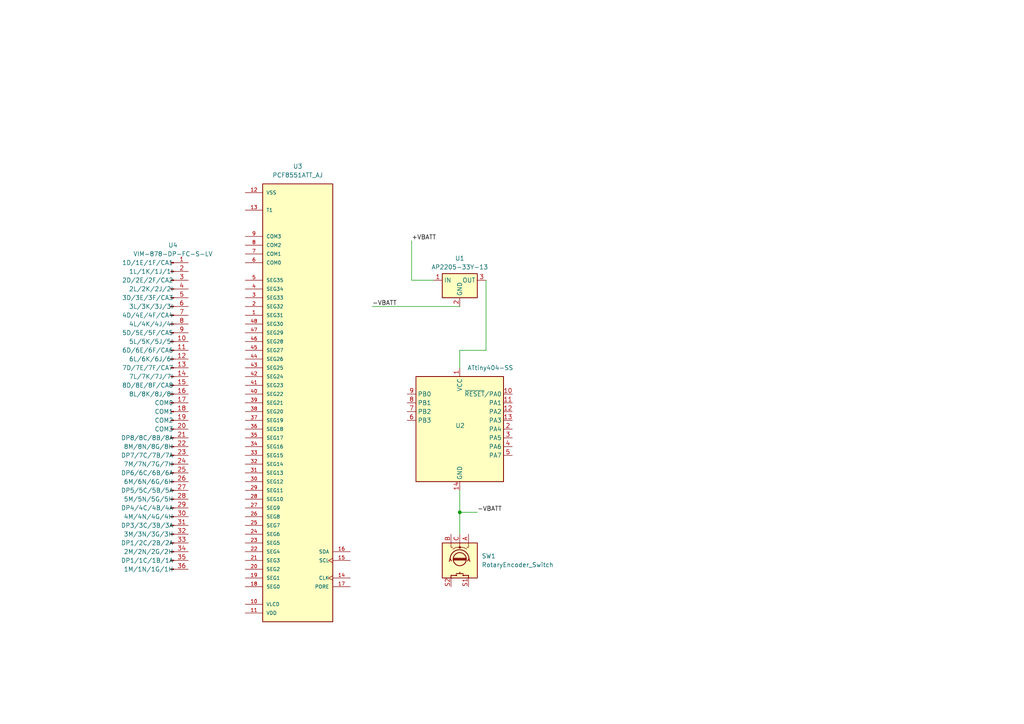
<source format=kicad_sch>
(kicad_sch (version 20231120) (generator "eeschema") (generator_version "8.0")
  (paper "A4")
  (lib_symbols
    (symbol "servo_tester_onboarding:AP2205-33Y-13"
      (property "Reference" "U" (at 0 0 0))
      (property "Value" "AP2205-33Y-13" (at 0 0 0))
      (symbol "AP2205-33Y-13_0_1"
        (rectangle (start -5.08 1.905) (end 5.08 -5.08) (stroke (width 0.254)) (fill (type background)))
      )
      (symbol "AP2205-33Y-13_1_1"
        (pin power_in line (at -7.62 0 0) (length 2.54) (name "IN") (number "1"))
        (pin power_in line (at 0 -7.62 90) (length 2.54) (name "GND") (number "2"))
        (pin power_out line (at 7.62 0 180) (length 2.54) (name "OUT") (number "3"))
      )
    )
    (symbol "servo_tester_onboarding:ATtiny404-SS"
      (property "Reference" "U1" (at 2.1941 20.32 0))
      (property "Value" "ATtiny404-SS" (at 2.1941 17.78 0))
      (symbol "ATtiny404-SS_0_1"
        (rectangle (start -12.7 -15.24) (end 12.7 15.24) (stroke (width 0.254)) (fill (type background)))
      )
      (symbol "ATtiny404-SS_1_1"
        (pin power_in line (at 0 17.78 270) (length 2.54) (name "VCC") (number "1"))
        (pin bidirectional line (at 15.24 10.16 180) (length 2.54) (name "~{RESET}/PA0") (number "10"))
        (pin bidirectional line (at 15.24 7.62 180) (length 2.54) (name "PA1") (number "11"))
        (pin bidirectional line (at 15.24 5.08 180) (length 2.54) (name "PA2") (number "12"))
        (pin bidirectional line (at 15.24 2.54 180) (length 2.54) (name "PA3") (number "13"))
        (pin power_in line (at 0 -17.78 90) (length 2.54) (name "GND") (number "14"))
        (pin bidirectional line (at 15.24 0 180) (length 2.54) (name "PA4") (number "2"))
        (pin bidirectional line (at 15.24 -2.54 180) (length 2.54) (name "PA5") (number "3"))
        (pin bidirectional line (at 15.24 -5.08 180) (length 2.54) (name "PA6") (number "4"))
        (pin bidirectional line (at 15.24 -7.62 180) (length 2.54) (name "PA7") (number "5"))
        (pin bidirectional line (at -15.24 2.54 0) (length 2.54) (name "PB3") (number "6"))
        (pin bidirectional line (at -15.24 5.08 0) (length 2.54) (name "PB2") (number "7"))
        (pin bidirectional line (at -15.24 7.62 0) (length 2.54) (name "PB1") (number "8"))
        (pin bidirectional line (at -15.24 10.16 0) (length 2.54) (name "PB0") (number "9"))
      )
    )
    (symbol "servo_tester_onboarding:PCF8551ATT_AJ" (pin_names (offset 1.016))
      (property "Reference" "U" (at -10.16 63.5 0))
      (property "Value" "PCF8551ATT_AJ" (at -10.16 -66.04 0))
      (symbol "PCF8551ATT_AJ_0_0"
        (rectangle (start -10.16 -63.5) (end 10.16 63.5) (stroke (width 0.254)) (fill (type background)))
        (pin output line (at 15.24 -25.4 180) (length 5.08) (name "SEG31") (number "1"))
        (pin power_in line (at 15.24 58.42 180) (length 5.08) (name "VLCD") (number "10"))
        (pin power_in line (at 15.24 60.96 180) (length 5.08) (name "VDD") (number "11"))
        (pin power_in line (at 15.24 -60.96 180) (length 5.08) (name "VSS") (number "12"))
        (pin passive line (at 15.24 -55.88 180) (length 5.08) (name "T1") (number "13"))
        (pin bidirectional clock (at -15.24 50.8 0) (length 5.08) (name "CLK") (number "14"))
        (pin input clock (at -15.24 45.72 0) (length 5.08) (name "SCL") (number "15"))
        (pin bidirectional line (at -15.24 43.18 0) (length 5.08) (name "SDA") (number "16"))
        (pin input line (at -15.24 53.34 0) (length 5.08) (name "PORE") (number "17"))
        (pin output line (at 15.24 53.34 180) (length 5.08) (name "SEG0") (number "18"))
        (pin output line (at 15.24 50.8 180) (length 5.08) (name "SEG1") (number "19"))
        (pin output line (at 15.24 -27.94 180) (length 5.08) (name "SEG32") (number "2"))
        (pin output line (at 15.24 48.26 180) (length 5.08) (name "SEG2") (number "20"))
        (pin output line (at 15.24 45.72 180) (length 5.08) (name "SEG3") (number "21"))
        (pin output line (at 15.24 43.18 180) (length 5.08) (name "SEG4") (number "22"))
        (pin output line (at 15.24 40.64 180) (length 5.08) (name "SEG5") (number "23"))
        (pin output line (at 15.24 38.1 180) (length 5.08) (name "SEG6") (number "24"))
        (pin output line (at 15.24 35.56 180) (length 5.08) (name "SEG7") (number "25"))
        (pin output line (at 15.24 33.02 180) (length 5.08) (name "SEG8") (number "26"))
        (pin output line (at 15.24 30.48 180) (length 5.08) (name "SEG9") (number "27"))
        (pin output line (at 15.24 27.94 180) (length 5.08) (name "SEG10") (number "28"))
        (pin output line (at 15.24 25.4 180) (length 5.08) (name "SEG11") (number "29"))
        (pin output line (at 15.24 -30.48 180) (length 5.08) (name "SEG33") (number "3"))
        (pin output line (at 15.24 22.86 180) (length 5.08) (name "SEG12") (number "30"))
        (pin output line (at 15.24 20.32 180) (length 5.08) (name "SEG13") (number "31"))
        (pin output line (at 15.24 17.78 180) (length 5.08) (name "SEG14") (number "32"))
        (pin output line (at 15.24 15.24 180) (length 5.08) (name "SEG15") (number "33"))
        (pin output line (at 15.24 12.7 180) (length 5.08) (name "SEG16") (number "34"))
        (pin output line (at 15.24 10.16 180) (length 5.08) (name "SEG17") (number "35"))
        (pin output line (at 15.24 7.62 180) (length 5.08) (name "SEG18") (number "36"))
        (pin output line (at 15.24 5.08 180) (length 5.08) (name "SEG19") (number "37"))
        (pin output line (at 15.24 2.54 180) (length 5.08) (name "SEG20") (number "38"))
        (pin output line (at 15.24 0 180) (length 5.08) (name "SEG21") (number "39"))
        (pin output line (at 15.24 -33.02 180) (length 5.08) (name "SEG34") (number "4"))
        (pin output line (at 15.24 -2.54 180) (length 5.08) (name "SEG22") (number "40"))
        (pin output line (at 15.24 -5.08 180) (length 5.08) (name "SEG23") (number "41"))
        (pin output line (at 15.24 -7.62 180) (length 5.08) (name "SEG24") (number "42"))
        (pin output line (at 15.24 -10.16 180) (length 5.08) (name "SEG25") (number "43"))
        (pin output line (at 15.24 -12.7 180) (length 5.08) (name "SEG26") (number "44"))
        (pin output line (at 15.24 -15.24 180) (length 5.08) (name "SEG27") (number "45"))
        (pin output line (at 15.24 -17.78 180) (length 5.08) (name "SEG28") (number "46"))
        (pin output line (at 15.24 -20.32 180) (length 5.08) (name "SEG29") (number "47"))
        (pin output line (at 15.24 -22.86 180) (length 5.08) (name "SEG30") (number "48"))
        (pin output line (at 15.24 -35.56 180) (length 5.08) (name "SEG35") (number "5"))
        (pin output line (at 15.24 -40.64 180) (length 5.08) (name "COM0") (number "6"))
        (pin output line (at 15.24 -43.18 180) (length 5.08) (name "COM1") (number "7"))
        (pin output line (at 15.24 -45.72 180) (length 5.08) (name "COM2") (number "8"))
        (pin output line (at 15.24 -48.26 180) (length 5.08) (name "COM3") (number "9"))
      )
    )
    (symbol "servo_tester_onboarding:RotaryEncoder_Switch" (pin_names (offset 0.254) hide)
      (property "Reference" "SW1" (at 0 9.525 0))
      (property "Value" "RotaryEncoder_Switch" (at 0 6.985 0))
      (symbol "RotaryEncoder_Switch_0_1"
        (rectangle (start -5.08 5.08) (end 5.08 -5.08) (stroke (width 0.254)) (fill (type background)))
        (circle (center -3.81 0) (radius 0.254) (fill (type outline)))
        (circle (center -0.381 0) (radius 1.905) (stroke (width 0.254)))
        (arc (start -0.381 2.667) (mid -3.0988 -0.0635) (end -0.381 -2.794) (stroke (width 0.254)))
        (polyline (pts (xy -0.635 -1.778) (xy -0.635 1.778)) (stroke (width 0.254)))
        (polyline (pts (xy -0.381 -1.778) (xy -0.381 1.778)) (stroke (width 0.254)))
        (polyline (pts (xy -0.127 1.778) (xy -0.127 -1.778)) (stroke (width 0.254)))
        (polyline (pts (xy 3.81 0) (xy 3.429 0)) (stroke (width 0.254)))
        (polyline (pts (xy 3.81 1.016) (xy 3.81 -1.016)) (stroke (width 0.254)))
        (polyline (pts (xy -5.08 -2.54) (xy -3.81 -2.54) (xy -3.81 -2.032)))
        (polyline (pts (xy -5.08 2.54) (xy -3.81 2.54) (xy -3.81 2.032)))
        (polyline (pts (xy 0.254 -3.048) (xy -0.508 -2.794) (xy 0.127 -2.413)) (stroke (width 0.254)))
        (polyline (pts (xy 0.254 2.921) (xy -0.508 2.667) (xy 0.127 2.286)) (stroke (width 0.254)))
        (polyline (pts (xy 5.08 -2.54) (xy 4.318 -2.54) (xy 4.318 -1.016)) (stroke (width 0.254)))
        (polyline (pts (xy 5.08 2.54) (xy 4.318 2.54) (xy 4.318 1.016)) (stroke (width 0.254)))
        (polyline (pts (xy -5.08 0) (xy -3.81 0) (xy -3.81 -1.016) (xy -3.302 -2.032)))
        (polyline (pts (xy -4.318 0) (xy -3.81 0) (xy -3.81 1.016) (xy -3.302 2.032)))
        (circle (center 4.318 -1.016) (radius 0.127) (stroke (width 0.254)))
        (circle (center 4.318 1.016) (radius 0.127) (stroke (width 0.254)))
      )
      (symbol "RotaryEncoder_Switch_1_1"
        (pin passive line (at -7.62 2.54 0) (length 2.54) (name "A") (number "A"))
        (pin passive line (at -7.62 -2.54 0) (length 2.54) (name "B") (number "B"))
        (pin passive line (at -7.62 0 0) (length 2.54) (name "C") (number "C"))
        (pin passive line (at 7.62 2.54 180) (length 2.54) (name "S1") (number "S1"))
        (pin passive line (at 7.62 -2.54 180) (length 2.54) (name "S2") (number "S2"))
      )
    )
    (symbol "servo_tester_onboarding:VIM-878-DP"
      (property "Reference" "U" (at -17.145 5.08 0))
      (property "Value" "VIM-878-DP-FC-S-LV" (at -18.415 2.54 0))
      (symbol "VIM-878-DP_1_1"
        (rectangle (start 0 -15.113) (end 0.8636 -15.367) (stroke (width 0.1524)) (fill (type outline)))
        (polyline (pts (xy 1.27 -45.72) (xy 0.8636 -45.72)) (stroke (width 0.1524)))
        (polyline (pts (xy 1.27 -43.18) (xy 0.8636 -43.18)) (stroke (width 0.1524)))
        (polyline (pts (xy 1.27 -40.64) (xy 0.8636 -40.64)) (stroke (width 0.1524)))
        (polyline (pts (xy 1.27 -38.1) (xy 0.8636 -38.1)) (stroke (width 0.1524)))
        (polyline (pts (xy 1.27 -35.56) (xy 0.8636 -35.56)) (stroke (width 0.1524)))
        (polyline (pts (xy 1.27 -33.02) (xy 0.8636 -33.02)) (stroke (width 0.1524)))
        (polyline (pts (xy 1.27 -30.48) (xy 0.8636 -30.48)) (stroke (width 0.1524)))
        (polyline (pts (xy 1.27 -27.94) (xy 0.8636 -27.94)) (stroke (width 0.1524)))
        (polyline (pts (xy 1.27 -25.4) (xy 0.8636 -25.4)) (stroke (width 0.1524)))
        (polyline (pts (xy 1.27 -22.86) (xy 0.8636 -22.86)) (stroke (width 0.1524)))
        (polyline (pts (xy 1.27 -20.32) (xy 0.8636 -20.32)) (stroke (width 0.1524)))
        (polyline (pts (xy 1.27 -17.78) (xy 0.8636 -17.78)) (stroke (width 0.1524)))
        (polyline (pts (xy 1.27 -15.24) (xy 0.8636 -15.24)) (stroke (width 0.1524)))
        (polyline (pts (xy 1.27 -12.7) (xy 0.8636 -12.7)) (stroke (width 0.1524)))
        (polyline (pts (xy 1.27 -10.16) (xy 0.8636 -10.16)) (stroke (width 0.1524)))
        (polyline (pts (xy 1.27 -7.62) (xy 0.8636 -7.62)) (stroke (width 0.1524)))
        (polyline (pts (xy 1.27 -5.08) (xy 0.8636 -5.08)) (stroke (width 0.1524)))
        (polyline (pts (xy 1.27 -2.54) (xy 0.8636 -2.54)) (stroke (width 0.1524)))
        (polyline (pts (xy 1.27 0) (xy 0.8636 0)) (stroke (width 0.1524)))
        (polyline (pts (xy 1.27 2.54) (xy 0.8636 2.54)) (stroke (width 0.1524)))
        (polyline (pts (xy 1.27 5.08) (xy 0.8636 5.08)) (stroke (width 0.1524)))
        (polyline (pts (xy 1.27 7.62) (xy 0.8636 7.62)) (stroke (width 0.1524)))
        (polyline (pts (xy 1.27 10.16) (xy 0.8636 10.16)) (stroke (width 0.1524)))
        (polyline (pts (xy 1.27 12.7) (xy 0.8636 12.7)) (stroke (width 0.1524)))
        (polyline (pts (xy 1.27 15.24) (xy 0.8636 15.24)) (stroke (width 0.1524)))
        (polyline (pts (xy 1.27 17.78) (xy 0.8636 17.78)) (stroke (width 0.1524)))
        (polyline (pts (xy 1.27 20.32) (xy 0.8636 20.32)) (stroke (width 0.1524)))
        (polyline (pts (xy 1.27 22.86) (xy 0.8636 22.86)) (stroke (width 0.1524)))
        (polyline (pts (xy 1.27 25.4) (xy 0.8636 25.4)) (stroke (width 0.1524)))
        (polyline (pts (xy 1.27 27.94) (xy 0.8636 27.94)) (stroke (width 0.1524)))
        (polyline (pts (xy 1.27 30.48) (xy 0.8636 30.48)) (stroke (width 0.1524)))
        (polyline (pts (xy 1.27 33.02) (xy 0.8636 33.02)) (stroke (width 0.1524)))
        (polyline (pts (xy 1.27 35.56) (xy 0.8636 35.56)) (stroke (width 0.1524)))
        (polyline (pts (xy 1.27 38.1) (xy 0.8636 38.1)) (stroke (width 0.1524)))
        (polyline (pts (xy 1.27 40.64) (xy 0.8636 40.64)) (stroke (width 0.1524)))
        (polyline (pts (xy 1.27 43.18) (xy 0.8636 43.18)) (stroke (width 0.1524)))
        (rectangle (start 0.8636 -45.593) (end 0 -45.847) (stroke (width 0.1524)) (fill (type outline)))
        (rectangle (start 0.8636 -43.053) (end 0 -43.307) (stroke (width 0.1524)) (fill (type outline)))
        (rectangle (start 0.8636 -40.513) (end 0 -40.767) (stroke (width 0.1524)) (fill (type outline)))
        (rectangle (start 0.8636 -37.973) (end 0 -38.227) (stroke (width 0.1524)) (fill (type outline)))
        (rectangle (start 0.8636 -35.433) (end 0 -35.687) (stroke (width 0.1524)) (fill (type outline)))
        (rectangle (start 0.8636 -32.893) (end 0 -33.147) (stroke (width 0.1524)) (fill (type outline)))
        (rectangle (start 0.8636 -30.353) (end 0 -30.607) (stroke (width 0.1524)) (fill (type outline)))
        (rectangle (start 0.8636 -27.813) (end 0 -28.067) (stroke (width 0.1524)) (fill (type outline)))
        (rectangle (start 0.8636 -25.273) (end 0 -25.527) (stroke (width 0.1524)) (fill (type outline)))
        (rectangle (start 0.8636 -22.733) (end 0 -22.987) (stroke (width 0.1524)) (fill (type outline)))
        (rectangle (start 0.8636 -20.193) (end 0 -20.447) (stroke (width 0.1524)) (fill (type outline)))
        (rectangle (start 0.8636 -17.653) (end 0 -17.907) (stroke (width 0.1524)) (fill (type outline)))
        (rectangle (start 0.8636 -12.573) (end 0 -12.827) (stroke (width 0.1524)) (fill (type outline)))
        (rectangle (start 0.8636 -10.033) (end 0 -10.287) (stroke (width 0.1524)) (fill (type outline)))
        (rectangle (start 0.8636 -7.493) (end 0 -7.747) (stroke (width 0.1524)) (fill (type outline)))
        (rectangle (start 0.8636 -4.953) (end 0 -5.207) (stroke (width 0.1524)) (fill (type outline)))
        (rectangle (start 0.8636 -2.413) (end 0 -2.667) (stroke (width 0.1524)) (fill (type outline)))
        (rectangle (start 0.8636 0.127) (end 0 -0.127) (stroke (width 0.1524)) (fill (type outline)))
        (rectangle (start 0.8636 2.667) (end 0 2.413) (stroke (width 0.1524)) (fill (type outline)))
        (rectangle (start 0.8636 5.207) (end 0 4.953) (stroke (width 0.1524)) (fill (type outline)))
        (rectangle (start 0.8636 7.747) (end 0 7.493) (stroke (width 0.1524)) (fill (type outline)))
        (rectangle (start 0.8636 10.287) (end 0 10.033) (stroke (width 0.1524)) (fill (type outline)))
        (rectangle (start 0.8636 12.827) (end 0 12.573) (stroke (width 0.1524)) (fill (type outline)))
        (rectangle (start 0.8636 15.367) (end 0 15.113) (stroke (width 0.1524)) (fill (type outline)))
        (rectangle (start 0.8636 17.907) (end 0 17.653) (stroke (width 0.1524)) (fill (type outline)))
        (rectangle (start 0.8636 20.447) (end 0 20.193) (stroke (width 0.1524)) (fill (type outline)))
        (rectangle (start 0.8636 22.987) (end 0 22.733) (stroke (width 0.1524)) (fill (type outline)))
        (rectangle (start 0.8636 25.527) (end 0 25.273) (stroke (width 0.1524)) (fill (type outline)))
        (rectangle (start 0.8636 28.067) (end 0 27.813) (stroke (width 0.1524)) (fill (type outline)))
        (rectangle (start 0.8636 30.607) (end 0 30.353) (stroke (width 0.1524)) (fill (type outline)))
        (rectangle (start 0.8636 33.147) (end 0 32.893) (stroke (width 0.1524)) (fill (type outline)))
        (rectangle (start 0.8636 35.687) (end 0 35.433) (stroke (width 0.1524)) (fill (type outline)))
        (rectangle (start 0.8636 38.227) (end 0 37.973) (stroke (width 0.1524)) (fill (type outline)))
        (rectangle (start 0.8636 40.767) (end 0 40.513) (stroke (width 0.1524)) (fill (type outline)))
        (rectangle (start 0.8636 43.307) (end 0 43.053) (stroke (width 0.1524)) (fill (type outline)))
        (pin passive line (at 5.08 43.18 180) (length 3.81) (name "1D/1E/1F/CA1") (number "1"))
        (pin passive line (at 5.08 20.32 180) (length 3.81) (name "5L/5K/5J/5I") (number "10"))
        (pin passive line (at 5.08 17.78 180) (length 3.81) (name "6D/6E/6F/CA6") (number "11"))
        (pin passive line (at 5.08 15.24 180) (length 3.81) (name "6L/6K/6J/6I") (number "12"))
        (pin passive line (at 5.08 12.7 180) (length 3.81) (name "7D/7E/7F/CA7") (number "13"))
        (pin passive line (at 5.08 10.16 180) (length 3.81) (name "7L/7K/7J/7I") (number "14"))
        (pin passive line (at 5.08 7.62 180) (length 3.81) (name "8D/8E/8F/CA8") (number "15"))
        (pin passive line (at 5.08 5.08 180) (length 3.81) (name "8L/8K/8J/8I") (number "16"))
        (pin passive line (at 5.08 2.54 180) (length 3.81) (name "COM0") (number "17"))
        (pin passive line (at 5.08 0 180) (length 3.81) (name "COM1") (number "18"))
        (pin passive line (at 5.08 -2.54 180) (length 3.81) (name "COM2") (number "19"))
        (pin passive line (at 5.08 40.64 180) (length 3.81) (name "1L/1K/1J/1I") (number "2"))
        (pin passive line (at 5.08 -5.08 180) (length 3.81) (name "COM3") (number "20"))
        (pin passive line (at 5.08 -7.62 180) (length 3.81) (name "DP8/8C/8B/8A") (number "21"))
        (pin passive line (at 5.08 -10.16 180) (length 3.81) (name "8M/8N/8G/8H") (number "22"))
        (pin passive line (at 5.08 -12.7 180) (length 3.81) (name "DP7/7C/7B/7A") (number "23"))
        (pin passive line (at 5.08 -15.24 180) (length 3.81) (name "7M/7N/7G/7H") (number "24"))
        (pin passive line (at 5.08 -17.78 180) (length 3.81) (name "DP6/6C/6B/6A") (number "25"))
        (pin passive line (at 5.08 -20.32 180) (length 3.81) (name "6M/6N/6G/6H") (number "26"))
        (pin passive line (at 5.08 -22.86 180) (length 3.81) (name "DP5/5C/5B/5A") (number "27"))
        (pin passive line (at 5.08 -25.4 180) (length 3.81) (name "5M/5N/5G/5H") (number "28"))
        (pin passive line (at 5.08 -27.94 180) (length 3.81) (name "DP4/4C/4B/4A") (number "29"))
        (pin passive line (at 5.08 38.1 180) (length 3.81) (name "2D/2E/2F/CA2") (number "3"))
        (pin passive line (at 5.08 -30.48 180) (length 3.81) (name "4M/4N/4G/4H") (number "30"))
        (pin passive line (at 5.08 -33.02 180) (length 3.81) (name "DP3/3C/3B/3A") (number "31"))
        (pin passive line (at 5.08 -35.56 180) (length 3.81) (name "3M/3N/3G/3H") (number "32"))
        (pin passive line (at 5.08 -38.1 180) (length 3.81) (name "DP1/2C/2B/2A") (number "33"))
        (pin passive line (at 5.08 -40.64 180) (length 3.81) (name "2M/2N/2G/2H") (number "34"))
        (pin passive line (at 5.08 -43.18 180) (length 3.81) (name "DP1/1C/1B/1A") (number "35"))
        (pin passive line (at 5.08 -45.72 180) (length 3.81) (name "1M/1N/1G/1H") (number "36"))
        (pin passive line (at 5.08 35.56 180) (length 3.81) (name "2L/2K/2J/2I") (number "4"))
        (pin passive line (at 5.08 33.02 180) (length 3.81) (name "3D/3E/3F/CA3") (number "5"))
        (pin passive line (at 5.08 30.48 180) (length 3.81) (name "3L/3K/3J/3I") (number "6"))
        (pin passive line (at 5.08 27.94 180) (length 3.81) (name "4D/4E/4F/CA4") (number "7"))
        (pin passive line (at 5.08 25.4 180) (length 3.81) (name "4L/4K/4J/4I") (number "8"))
        (pin passive line (at 5.08 22.86 180) (length 3.81) (name "5D/5E/5F/CA5") (number "9"))
      )
    )
  )
  (junction (at 133.35 148.59))
  (wire (pts (xy 133.35 101.6) (xy 133.35 106.68)))
  (wire (pts (xy 119.38 81.28) (xy 125.73 81.28)))
  (wire (pts (xy 107.95 88.9) (xy 133.35 88.9)))
  (wire (pts (xy 140.97 101.6) (xy 133.35 101.6)))
  (wire (pts (xy 133.35 148.59) (xy 138.43 148.59)))
  (wire (pts (xy 140.97 81.28) (xy 140.97 101.6)))
  (wire (pts (xy 133.35 142.24) (xy 133.35 148.59)))
  (wire (pts (xy 133.35 148.59) (xy 133.35 154.94)))
  (wire (pts (xy 119.38 69.85) (xy 119.38 81.28)))
  (label "-VBATT" (at 138.43 148.59 0))
  (label "+VBATT" (at 119.38 69.85 0))
  (label "-VBATT" (at 107.95 88.9 0))
  (symbol (lib_id "servo_tester_onboarding:ATtiny404-SS") (at 133.35 124.46 0) (unit 1)
    (property "Reference" "U2" (at 132.08 123.444 0) (effects (justify left)))
    (property "Value" "ATtiny404-SS" (at 135.5441 106.68 0) (effects (justify left)))
    (property "Footprint" "Package_SO:SOIC-14_3.9x8.7mm_P1.27mm" (effects (hide yes)))
    (property "Datasheet" "http://ww1.microchip.com/downloads/en/DeviceDoc/50002687A.pdf" (effects (hide yes)))
  )
  (symbol (lib_id "servo_tester_onboarding:AP2205-33Y-13") (at 133.35 81.28 0) (unit 1)
    (property "Reference" "U1" (at 133.35 74.93 0))
    (property "Value" "AP2205-33Y-13" (at 133.35 77.47 0))
    (property "Footprint" "Package_TO_SOT_SMD:SOT-89-3_Handsoldering" (effects (hide yes)))
    (property "Datasheet" "https://www.diodes.com/assets/Datasheets/AP2205.pdf" (effects (hide yes)))
    (property "Digi" "https://www.digikey.com/en/products/detail/diodes-incorporated/AP2205-33Y-13/10107162" (effects (hide yes)))
  )
  (symbol (lib_id "servo_tester_onboarding:VIM-878-DP") (at 49.53 119.38 0) (unit 1)
    (property "Reference" "U4" (at 50.165 71.12 0))
    (property "Value" "VIM-878-DP-FC-S-LV" (at 50.165 73.66 0))
    (property "Datasheet" "https://mm.digikey.com/Volume0/opasdata/d220001/medias/docus/693/VIM-878.pdf" (effects (hide yes)))
    (property "Digi" "https://www.digikey.com/en/products/detail/varitronix/VIM-878-DP-FC-S-LV/1118603" (effects (hide yes)))
  )
  (symbol (lib_id "servo_tester_onboarding:PCF8551ATT_AJ") (at 86.36 116.84 180) (unit 1)
    (property "Reference" "U3" (at 86.36 48.26 0))
    (property "Value" "PCF8551ATT_AJ" (at 86.36 50.8 0))
    (property "Footprint" "servo_tester:SOP50P810X120-48N" (effects (hide yes)))
    (property "Datasheet" "https://www.nxp.com/docs/en/data-sheet/PCF8551.pdf" (effects (hide yes)))
    (property "Description" "IC DRVR 7 SEGMENT 48TSSOP" (effects (hide yes)))
    (property "MF" "NXP USA" (effects (hide yes)))
    (property "Package" "TSSOP-48 NXP Semiconductors" (effects (hide yes)))
    (property "Price" "None" (effects (hide yes)))
    (property "Check_prices" "https://www.snapeda.com/parts/PCF8551ATT/AJ/NXP+USA+Inc./view-part/?ref=eda" (effects (hide yes)))
    (property "STANDARD" "IPC 7351B" (effects (hide yes)))
    (property "PARTREV" "2" (effects (hide yes)))
    (property "SnapEDA_Link" "https://www.snapeda.com/parts/PCF8551ATT/AJ/NXP+USA+Inc./view-part/?ref=snap" (effects (hide yes)))
    (property "MP" "PCF8551ATT/AJ" (effects (hide yes)))
    (property "Availability" "In Stock" (effects (hide yes)))
    (property "MANUFACTURER" "NXP" (effects (hide yes)))
    (property "Digi" "https://www.digikey.com/en/products/detail/nxp-usa-inc/PCF8551ATT-AY/15221921" (effects (hide yes)))
  )
  (symbol (lib_id "servo_tester_onboarding:RotaryEncoder_Switch") (at 133.35 162.56 270) (unit 1)
    (property "Reference" "SW1" (at 139.7 161.2899 90) (effects (justify left)))
    (property "Value" "RotaryEncoder_Switch" (at 139.7 163.8299 90) (effects (justify left)))
    (property "Footprint" "Rotary_Encoder:RotaryEncoder_Bourns_Vertical_PEC12R-3xxxF-Sxxxx" (effects (hide yes)))
    (property "Datasheet" "https://www.bourns.com/docs/Product-Datasheets/PEC12R.pdf" (effects (hide yes)))
    (property "Digi" "https://www.digikey.com/en/products/detail/bourns-inc/PEC12R-4217F-S0012/4699281" (effects (hide yes)))
  )
)
</source>
